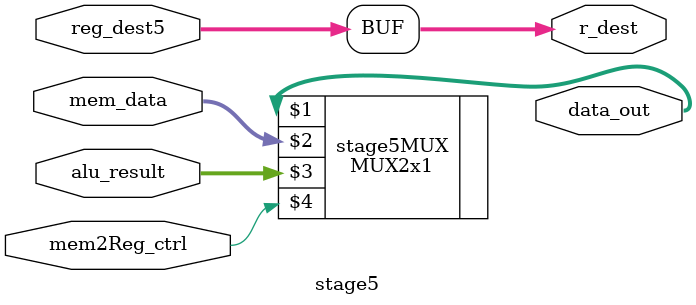
<source format=v>
`timescale 1ns / 1ps
module stage5(data_out, r_dest, mem_data, alu_result, mem2Reg_ctrl, reg_dest5);

    output  [31:0]  data_out;
    output  [4:0]   r_dest;

    input   [31:0]  mem_data, alu_result;
    input           mem2Reg_ctrl;
    input   [4:0]   reg_dest5;

    assign  r_dest = reg_dest5;

    MUX2x1  stage5MUX(data_out, mem_data, alu_result, mem2Reg_ctrl);

    endmodule


</source>
